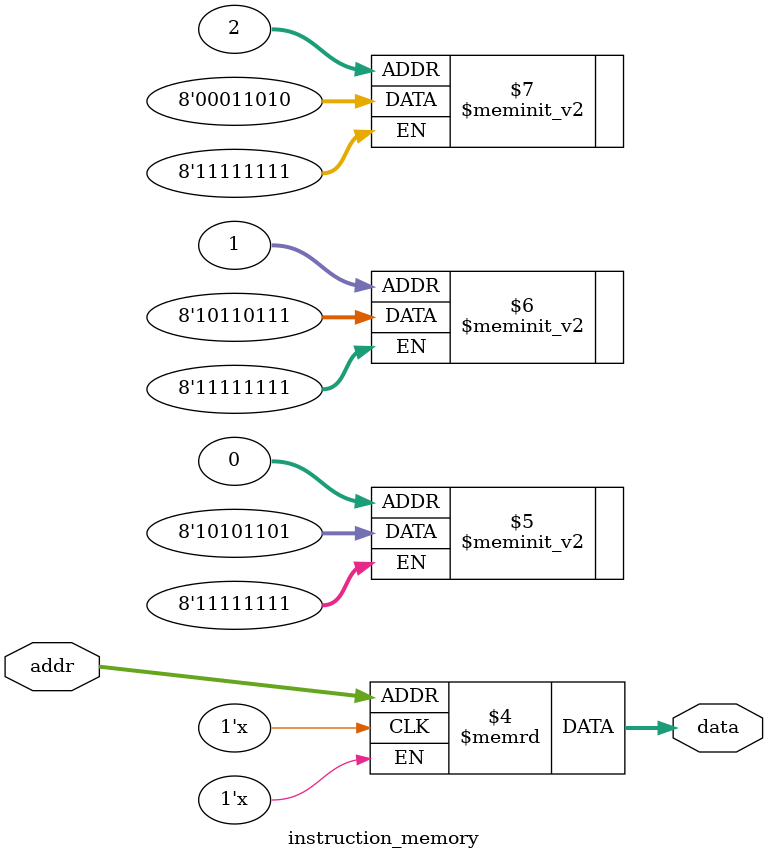
<source format=v>
`timescale 1ns/1ps

module instruction_memory (
    input [3:0] addr,
    output [7:0] data
);
    reg [7:0] memory [0:15];
    assign data = memory[addr];

    initial begin
memory[0] = 8'hAD;  // MOV R1, #5 → 101 01 101
memory[1] = 8'hB7;  // MOV R2, #3 → 101 10 111 ← ✅ CHANGED
memory[2] = 8'h1A;  // ADD R3, R1, R2 → 000 11 010



    end
endmodule

</source>
